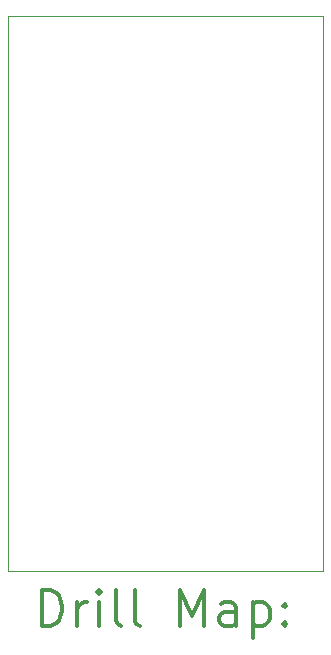
<source format=gbr>
%FSLAX45Y45*%
G04 Gerber Fmt 4.5, Leading zero omitted, Abs format (unit mm)*
G04 Created by KiCad (PCBNEW 5.1.10-88a1d61d58~88~ubuntu18.04.1) date 2021-06-05 10:09:27*
%MOMM*%
%LPD*%
G01*
G04 APERTURE LIST*
%TA.AperFunction,Profile*%
%ADD10C,0.050000*%
%TD*%
%ADD11C,0.200000*%
%ADD12C,0.300000*%
G04 APERTURE END LIST*
D10*
X13589000Y-7150100D02*
X16256000Y-7150100D01*
X16256000Y-7150100D02*
X16256000Y-11849100D01*
X16256000Y-11849100D02*
X13589000Y-11849100D01*
X13589000Y-11849100D02*
X13589000Y-7150100D01*
D11*
D12*
X13872928Y-12317314D02*
X13872928Y-12017314D01*
X13944357Y-12017314D01*
X13987214Y-12031600D01*
X14015786Y-12060171D01*
X14030071Y-12088743D01*
X14044357Y-12145886D01*
X14044357Y-12188743D01*
X14030071Y-12245886D01*
X14015786Y-12274457D01*
X13987214Y-12303029D01*
X13944357Y-12317314D01*
X13872928Y-12317314D01*
X14172928Y-12317314D02*
X14172928Y-12117314D01*
X14172928Y-12174457D02*
X14187214Y-12145886D01*
X14201500Y-12131600D01*
X14230071Y-12117314D01*
X14258643Y-12117314D01*
X14358643Y-12317314D02*
X14358643Y-12117314D01*
X14358643Y-12017314D02*
X14344357Y-12031600D01*
X14358643Y-12045886D01*
X14372928Y-12031600D01*
X14358643Y-12017314D01*
X14358643Y-12045886D01*
X14544357Y-12317314D02*
X14515786Y-12303029D01*
X14501500Y-12274457D01*
X14501500Y-12017314D01*
X14701500Y-12317314D02*
X14672928Y-12303029D01*
X14658643Y-12274457D01*
X14658643Y-12017314D01*
X15044357Y-12317314D02*
X15044357Y-12017314D01*
X15144357Y-12231600D01*
X15244357Y-12017314D01*
X15244357Y-12317314D01*
X15515786Y-12317314D02*
X15515786Y-12160171D01*
X15501500Y-12131600D01*
X15472928Y-12117314D01*
X15415786Y-12117314D01*
X15387214Y-12131600D01*
X15515786Y-12303029D02*
X15487214Y-12317314D01*
X15415786Y-12317314D01*
X15387214Y-12303029D01*
X15372928Y-12274457D01*
X15372928Y-12245886D01*
X15387214Y-12217314D01*
X15415786Y-12203029D01*
X15487214Y-12203029D01*
X15515786Y-12188743D01*
X15658643Y-12117314D02*
X15658643Y-12417314D01*
X15658643Y-12131600D02*
X15687214Y-12117314D01*
X15744357Y-12117314D01*
X15772928Y-12131600D01*
X15787214Y-12145886D01*
X15801500Y-12174457D01*
X15801500Y-12260171D01*
X15787214Y-12288743D01*
X15772928Y-12303029D01*
X15744357Y-12317314D01*
X15687214Y-12317314D01*
X15658643Y-12303029D01*
X15930071Y-12288743D02*
X15944357Y-12303029D01*
X15930071Y-12317314D01*
X15915786Y-12303029D01*
X15930071Y-12288743D01*
X15930071Y-12317314D01*
X15930071Y-12131600D02*
X15944357Y-12145886D01*
X15930071Y-12160171D01*
X15915786Y-12145886D01*
X15930071Y-12131600D01*
X15930071Y-12160171D01*
M02*

</source>
